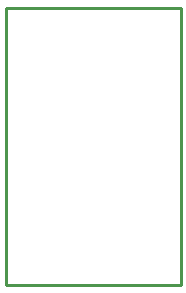
<source format=gbr>
G04 EAGLE Gerber RS-274X export*
G75*
%MOMM*%
%FSLAX34Y34*%
%LPD*%
%IN*%
%IPPOS*%
%AMOC8*
5,1,8,0,0,1.08239X$1,22.5*%
G01*
%ADD10C,0.254000*%


D10*
X592Y-1348D02*
X148580Y-1348D01*
X148580Y232432D01*
X592Y232432D01*
X592Y-1348D01*
M02*

</source>
